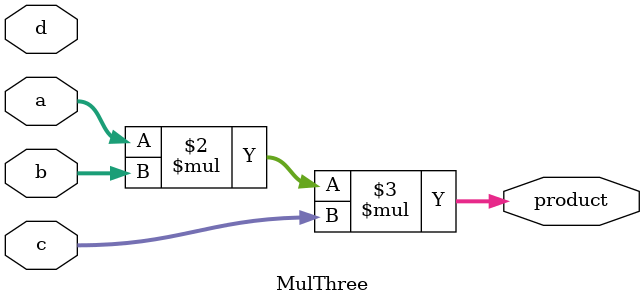
<source format=sv>

module MulThree #(
    parameter BW = 8
)  // Parameterized width for the multiplier
(
    input logic [BW-1:0] a,
    input logic [BW-1:0] b,
    input logic [BW-1:0] c,
    input logic [BW-1:0] d,
    output logic [BW-1:0] product
);  

    always_comb begin
        product = a * b * c;
    end
endmodule
</source>
